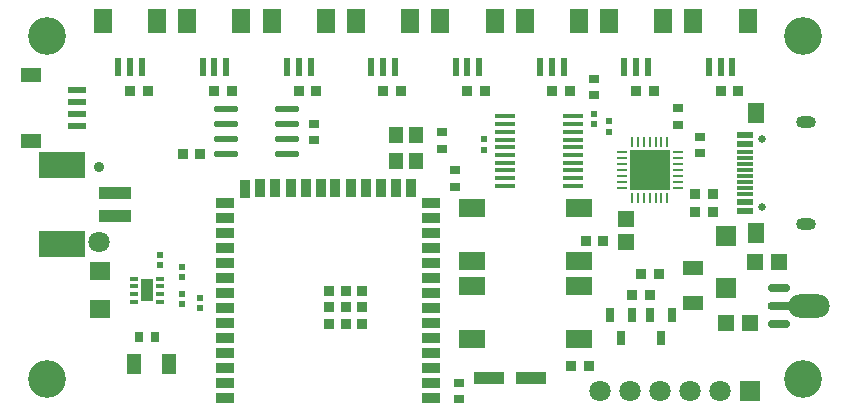
<source format=gbr>
%TF.GenerationSoftware,KiCad,Pcbnew,9.0.6*%
%TF.CreationDate,2026-01-13T17:11:53+01:00*%
%TF.ProjectId,TempWatchtV1,54656d70-5761-4746-9368-7456312e6b69,rev?*%
%TF.SameCoordinates,Original*%
%TF.FileFunction,Soldermask,Top*%
%TF.FilePolarity,Negative*%
%FSLAX46Y46*%
G04 Gerber Fmt 4.6, Leading zero omitted, Abs format (unit mm)*
G04 Created by KiCad (PCBNEW 9.0.6) date 2026-01-13 17:11:53*
%MOMM*%
%LPD*%
G01*
G04 APERTURE LIST*
%ADD10R,2.600000X1.100000*%
%ADD11R,1.350000X1.410000*%
%ADD12R,0.600000X1.550000*%
%ADD13R,1.500000X2.000000*%
%ADD14R,0.900000X0.800000*%
%ADD15O,1.740000X0.360000*%
%ADD16R,0.860000X0.810000*%
%ADD17C,3.200000*%
%ADD18C,1.800000*%
%ADD19C,0.900000*%
%ADD20R,2.700000X1.000000*%
%ADD21R,4.000000X2.200000*%
%ADD22R,0.810000X0.860000*%
%ADD23R,0.800000X0.900000*%
%ADD24R,0.650000X0.450000*%
%ADD25R,1.100000X1.900000*%
%ADD26R,0.540000X0.500000*%
%ADD27R,1.200000X1.400000*%
%ADD28R,1.550000X0.600000*%
%ADD29R,1.800000X1.200000*%
%ADD30R,1.410000X1.350000*%
%ADD31R,1.700000X1.800000*%
%ADD32R,0.910000X0.280000*%
%ADD33R,0.280000X0.910000*%
%ADD34R,3.350000X3.350000*%
%ADD35R,1.800000X1.800000*%
%ADD36R,0.540000X0.570000*%
%ADD37C,0.650000*%
%ADD38R,1.450000X1.800000*%
%ADD39O,1.700000X1.000000*%
%ADD40R,1.450000X0.600000*%
%ADD41R,1.450000X0.300000*%
%ADD42R,1.700000X1.210000*%
%ADD43R,2.300000X1.500000*%
%ADD44O,2.050000X0.590000*%
%ADD45O,1.900000X0.700000*%
%ADD46O,3.500000X2.000000*%
%ADD47O,2.100000X0.700000*%
%ADD48R,1.210000X1.700000*%
%ADD49R,0.700000X1.250000*%
%ADD50R,1.500000X0.900000*%
%ADD51R,0.900000X1.500000*%
%ADD52R,0.900000X0.900000*%
%ADD53R,1.730000X1.490000*%
G04 APERTURE END LIST*
D10*
%TO.C,C5*%
X145370000Y-121930000D03*
X148970000Y-121930000D03*
%TD*%
D11*
%TO.C,C16*%
X156970000Y-110460000D03*
X156970000Y-108460000D03*
%TD*%
D12*
%TO.C,CN2*%
X123142857Y-95627500D03*
X122142857Y-95627500D03*
X121142857Y-95627500D03*
D13*
X119842857Y-91747500D03*
X124442857Y-91747500D03*
%TD*%
D14*
%TO.C,C7*%
X161380000Y-99085000D03*
X161380000Y-100485000D03*
%TD*%
D15*
%TO.C,U1*%
X146775000Y-99800000D03*
X146775000Y-100450000D03*
X146775000Y-101100000D03*
X146775000Y-101750000D03*
X146775000Y-102410000D03*
X146775000Y-103060000D03*
X146775000Y-103710000D03*
X146775000Y-104360000D03*
X146775000Y-105010000D03*
X146775000Y-105660000D03*
X152515000Y-105660000D03*
X152515000Y-105010000D03*
X152515000Y-104360000D03*
X152515000Y-103710000D03*
X152515000Y-103060000D03*
X152515000Y-102410000D03*
X152515000Y-101750000D03*
X152515000Y-101100000D03*
X152515000Y-100450000D03*
X152515000Y-99800000D03*
%TD*%
D16*
%TO.C,R14*%
X162850000Y-107860000D03*
X162850000Y-106360000D03*
%TD*%
D17*
%TO.C,H602*%
X172000000Y-93000000D03*
%TD*%
D18*
%TO.C,CN11*%
X112380000Y-110455348D03*
D19*
X112380000Y-104055348D03*
D20*
X113730000Y-106255348D03*
X113730000Y-108255348D03*
D21*
X109270000Y-110605348D03*
X109270000Y-103905348D03*
%TD*%
D12*
%TO.C,CN7*%
X158857143Y-95627500D03*
X157857143Y-95627500D03*
X156857143Y-95627500D03*
D13*
X155557143Y-91747500D03*
X160157143Y-91747500D03*
%TD*%
D22*
%TO.C,R2*%
X123642857Y-97627500D03*
X122142857Y-97627500D03*
%TD*%
D23*
%TO.C,C8*%
X115740000Y-118500000D03*
X117140000Y-118500000D03*
%TD*%
D22*
%TO.C,R17*%
X158275000Y-113175000D03*
X159775000Y-113175000D03*
%TD*%
D24*
%TO.C,U7*%
X115310000Y-113530000D03*
X115310000Y-114180000D03*
X115310000Y-114820000D03*
X115310000Y-115470000D03*
X117570000Y-115470000D03*
X117570000Y-114820000D03*
X117570000Y-114180000D03*
X117570000Y-113530000D03*
D25*
X116440000Y-114500000D03*
%TD*%
D14*
%TO.C,C4*%
X142820000Y-123755000D03*
X142820000Y-122355000D03*
%TD*%
D26*
%TO.C,C9*%
X117570000Y-111500000D03*
X117570000Y-112340000D03*
%TD*%
D12*
%TO.C,CN5*%
X144571429Y-95627500D03*
X143571429Y-95627500D03*
X142571429Y-95627500D03*
D13*
X141271429Y-91747500D03*
X145871429Y-91747500D03*
%TD*%
D12*
%TO.C,CN1*%
X116000000Y-95627500D03*
X115000000Y-95627500D03*
X114000000Y-95627500D03*
D13*
X112700000Y-91747500D03*
X117300000Y-91747500D03*
%TD*%
D27*
%TO.C,X2*%
X139245000Y-103555000D03*
X139245000Y-101355000D03*
X137545000Y-101355000D03*
X137545000Y-103555000D03*
%TD*%
D17*
%TO.C,H601*%
X108000000Y-93000000D03*
%TD*%
D28*
%TO.C,CN10*%
X110490000Y-97575000D03*
X110490000Y-98575000D03*
X110490000Y-99575000D03*
X110490000Y-100575000D03*
D29*
X106610000Y-101875000D03*
X106610000Y-96275000D03*
%TD*%
D30*
%TO.C,C15*%
X167925000Y-112100000D03*
X169925000Y-112100000D03*
%TD*%
D22*
%TO.C,R4*%
X137928571Y-97627500D03*
X136428571Y-97627500D03*
%TD*%
D31*
%TO.C,D1*%
X165450000Y-114315000D03*
X165450000Y-109935000D03*
%TD*%
D12*
%TO.C,CN6*%
X151714286Y-95627500D03*
X150714286Y-95627500D03*
X149714286Y-95627500D03*
D13*
X148414286Y-91747500D03*
X153014286Y-91747500D03*
%TD*%
D22*
%TO.C,R21*%
X119450000Y-102965348D03*
X120950000Y-102965348D03*
%TD*%
%TO.C,R12*%
X153870000Y-120930000D03*
X152370000Y-120930000D03*
%TD*%
D17*
%TO.C,H603*%
X172000000Y-122000000D03*
%TD*%
D14*
%TO.C,C11*%
X130575000Y-101825000D03*
X130575000Y-100425000D03*
%TD*%
D32*
%TO.C,U6*%
X161380000Y-105835000D03*
X161380000Y-105335000D03*
X161380000Y-104835000D03*
X161380000Y-104335000D03*
X161380000Y-103835000D03*
X161380000Y-103335000D03*
X161380000Y-102835000D03*
D33*
X160500000Y-101955000D03*
X160000000Y-101955000D03*
X159500000Y-101955000D03*
X159000000Y-101955000D03*
X158500000Y-101955000D03*
X158000000Y-101955000D03*
X157500000Y-101955000D03*
D32*
X156620000Y-102835000D03*
X156620000Y-103335000D03*
X156620000Y-103835000D03*
X156620000Y-104335000D03*
X156620000Y-104835000D03*
X156620000Y-105335000D03*
X156620000Y-105835000D03*
D33*
X157500000Y-106715000D03*
X158000000Y-106715000D03*
X158500000Y-106715000D03*
X159000000Y-106715000D03*
X159500000Y-106715000D03*
X160000000Y-106715000D03*
X160500000Y-106715000D03*
D34*
X159000000Y-104335000D03*
%TD*%
D14*
%TO.C,C3*%
X154280000Y-96600000D03*
X154280000Y-98000000D03*
%TD*%
D35*
%TO.C,H1*%
X167460000Y-123010000D03*
D18*
X164920000Y-123010000D03*
X162380000Y-123010000D03*
X159840000Y-123010000D03*
X157300000Y-123010000D03*
X154760000Y-123010000D03*
%TD*%
D22*
%TO.C,R7*%
X159357143Y-97627500D03*
X157857143Y-97627500D03*
%TD*%
D36*
%TO.C,R10*%
X154270000Y-100460000D03*
X154270000Y-99600000D03*
%TD*%
D22*
%TO.C,R16*%
X159025000Y-114875000D03*
X157525000Y-114875000D03*
%TD*%
D30*
%TO.C,C14*%
X165475000Y-117325000D03*
X167475000Y-117325000D03*
%TD*%
D14*
%TO.C,C2*%
X142495000Y-105730000D03*
X142495000Y-104330000D03*
%TD*%
D37*
%TO.C,U5*%
X168550000Y-107475000D03*
X168550000Y-101695000D03*
D38*
X168020000Y-109655000D03*
X168020000Y-99515000D03*
D39*
X172200000Y-108905000D03*
X172200000Y-100265000D03*
D40*
X167100000Y-107835000D03*
X167100000Y-107035000D03*
D41*
X167100000Y-105835000D03*
X167100000Y-104835000D03*
X167100000Y-104335000D03*
X167100000Y-103335000D03*
D40*
X167100000Y-102135000D03*
X167100000Y-101335000D03*
D41*
X167100000Y-102835000D03*
X167100000Y-103835000D03*
X167100000Y-105335000D03*
X167100000Y-106335000D03*
%TD*%
D36*
%TO.C,R9*%
X144945000Y-102605000D03*
X144945000Y-101745000D03*
%TD*%
D42*
%TO.C,R26*%
X162700000Y-115605000D03*
X162700000Y-112645000D03*
%TD*%
D22*
%TO.C,R5*%
X145071429Y-97627500D03*
X143571429Y-97627500D03*
%TD*%
D43*
%TO.C,SW2*%
X153050000Y-112030000D03*
X143950000Y-112030000D03*
X153050000Y-107530000D03*
X143950000Y-107530000D03*
%TD*%
D22*
%TO.C,R1*%
X116500000Y-97627500D03*
X115000000Y-97627500D03*
%TD*%
D43*
%TO.C,SW1*%
X153050000Y-118620000D03*
X143950000Y-118620000D03*
X153050000Y-114120000D03*
X143950000Y-114120000D03*
%TD*%
D36*
%TO.C,R19*%
X119440000Y-112570000D03*
X119440000Y-113430000D03*
%TD*%
D16*
%TO.C,R15*%
X164350000Y-107860000D03*
X164350000Y-106360000D03*
%TD*%
D17*
%TO.C,H604*%
X108000000Y-122000000D03*
%TD*%
D36*
%TO.C,R11*%
X155570000Y-101085000D03*
X155570000Y-100225000D03*
%TD*%
D14*
%TO.C,C6*%
X163300000Y-101535000D03*
X163300000Y-102935000D03*
%TD*%
%TO.C,C1*%
X141410000Y-102555000D03*
X141410000Y-101155000D03*
%TD*%
D22*
%TO.C,R13*%
X155080000Y-110340000D03*
X153580000Y-110340000D03*
%TD*%
D44*
%TO.C,U2*%
X128270000Y-102965348D03*
X128270000Y-101685348D03*
X128270000Y-100425348D03*
X128270000Y-99155348D03*
X123130000Y-99155348D03*
X123130000Y-100425348D03*
X123130000Y-101685348D03*
X123130000Y-102965348D03*
%TD*%
D45*
%TO.C,U9*%
X169975000Y-114350000D03*
D46*
X172475000Y-115850000D03*
D47*
X170075000Y-115850000D03*
D45*
X169975000Y-117350000D03*
%TD*%
D12*
%TO.C,CN3*%
X130285714Y-95627500D03*
X129285714Y-95627500D03*
X128285714Y-95627500D03*
D13*
X126985714Y-91747500D03*
X131585714Y-91747500D03*
%TD*%
D48*
%TO.C,R24*%
X118270000Y-120770000D03*
X115310000Y-120770000D03*
%TD*%
D22*
%TO.C,R3*%
X130785714Y-97627500D03*
X129285714Y-97627500D03*
%TD*%
D49*
%TO.C,Q2*%
X160925000Y-116575000D03*
X159025000Y-116575000D03*
X159975000Y-118575000D03*
%TD*%
D22*
%TO.C,R8*%
X166500000Y-97627500D03*
X165000000Y-97627500D03*
%TD*%
D12*
%TO.C,CN4*%
X137428571Y-95627500D03*
X136428571Y-95627500D03*
X135428571Y-95627500D03*
D13*
X134128571Y-91747500D03*
X138728571Y-91747500D03*
%TD*%
D12*
%TO.C,CN8*%
X166000000Y-95627500D03*
X165000000Y-95627500D03*
X164000000Y-95627500D03*
D13*
X162700000Y-91747500D03*
X167300000Y-91747500D03*
%TD*%
D22*
%TO.C,R6*%
X152214286Y-97627500D03*
X150714286Y-97627500D03*
%TD*%
D50*
%TO.C,U4*%
X140520000Y-123657500D03*
X140520000Y-122387500D03*
X140520000Y-121117500D03*
X140520000Y-119847500D03*
X140520000Y-118577500D03*
X140520000Y-117307500D03*
X140520000Y-116037500D03*
X140520000Y-114767500D03*
X140520000Y-113497500D03*
X140520000Y-112227500D03*
X140520000Y-110957500D03*
X140520000Y-109687500D03*
X140520000Y-108417500D03*
X140520000Y-107147500D03*
D51*
X138760000Y-105877500D03*
X137490000Y-105877500D03*
X136220000Y-105877500D03*
X134950000Y-105877500D03*
X133680000Y-105877500D03*
X132400000Y-105877500D03*
X131140000Y-105877500D03*
X129870000Y-105877500D03*
X128600000Y-105877500D03*
X127320000Y-105877500D03*
X126050000Y-105877500D03*
X124780000Y-105907500D03*
D50*
X123020000Y-107147500D03*
X123020000Y-108417500D03*
X123020000Y-109687500D03*
X123020000Y-110957500D03*
X123020000Y-112227500D03*
X123020000Y-113497500D03*
X123020000Y-114767500D03*
X123020000Y-116037500D03*
X123020000Y-117307500D03*
X123020000Y-118577500D03*
X123020000Y-119847500D03*
X123020000Y-121117500D03*
X123020000Y-122387500D03*
X123020000Y-123657500D03*
D52*
X134670000Y-117337500D03*
X134670000Y-115937500D03*
X134670000Y-114537500D03*
X133270000Y-117337500D03*
X133270000Y-115937500D03*
X133270000Y-114537500D03*
X131870000Y-117337500D03*
X131870000Y-115937500D03*
X131870000Y-114537500D03*
%TD*%
D53*
%TO.C,C10*%
X112440000Y-112910000D03*
X112440000Y-116090000D03*
%TD*%
D36*
%TO.C,R18*%
X120940000Y-115140000D03*
X120940000Y-116000000D03*
%TD*%
%TO.C,R20*%
X119440000Y-114824249D03*
X119440000Y-115684249D03*
%TD*%
D49*
%TO.C,Q1*%
X157525000Y-116575000D03*
X155625000Y-116575000D03*
X156575000Y-118575000D03*
%TD*%
M02*

</source>
